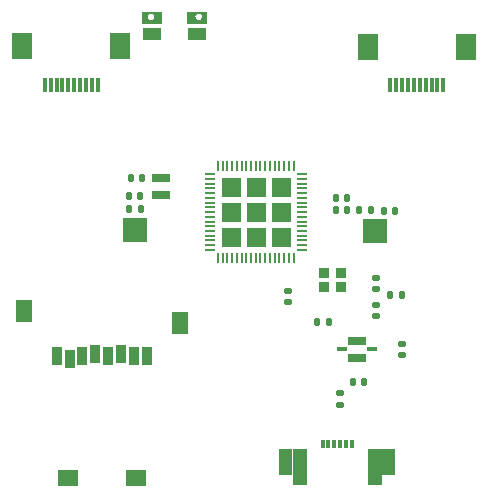
<source format=gbr>
%TF.GenerationSoftware,KiCad,Pcbnew,7.0.1*%
%TF.CreationDate,2023-05-03T15:55:27+02:00*%
%TF.ProjectId,board,626f6172-642e-46b6-9963-61645f706362,rev?*%
%TF.SameCoordinates,Original*%
%TF.FileFunction,Paste,Top*%
%TF.FilePolarity,Positive*%
%FSLAX46Y46*%
G04 Gerber Fmt 4.6, Leading zero omitted, Abs format (unit mm)*
G04 Created by KiCad (PCBNEW 7.0.1) date 2023-05-03 15:55:27*
%MOMM*%
%LPD*%
G01*
G04 APERTURE LIST*
G04 Aperture macros list*
%AMRoundRect*
0 Rectangle with rounded corners*
0 $1 Rounding radius*
0 $2 $3 $4 $5 $6 $7 $8 $9 X,Y pos of 4 corners*
0 Add a 4 corners polygon primitive as box body*
4,1,4,$2,$3,$4,$5,$6,$7,$8,$9,$2,$3,0*
0 Add four circle primitives for the rounded corners*
1,1,$1+$1,$2,$3*
1,1,$1+$1,$4,$5*
1,1,$1+$1,$6,$7*
1,1,$1+$1,$8,$9*
0 Add four rect primitives between the rounded corners*
20,1,$1+$1,$2,$3,$4,$5,0*
20,1,$1+$1,$4,$5,$6,$7,0*
20,1,$1+$1,$6,$7,$8,$9,0*
20,1,$1+$1,$8,$9,$2,$3,0*%
G04 Aperture macros list end*
%ADD10C,0.000100*%
%ADD11C,0.010000*%
%ADD12RoundRect,0.140000X-0.170000X0.140000X-0.170000X-0.140000X0.170000X-0.140000X0.170000X0.140000X0*%
%ADD13R,1.500000X0.800000*%
%ADD14R,0.300000X1.300000*%
%ADD15R,1.800000X2.200000*%
%ADD16RoundRect,0.140000X-0.140000X-0.170000X0.140000X-0.170000X0.140000X0.170000X-0.140000X0.170000X0*%
%ADD17RoundRect,0.140000X0.170000X-0.140000X0.170000X0.140000X-0.170000X0.140000X-0.170000X-0.140000X0*%
%ADD18RoundRect,0.147500X0.147500X0.172500X-0.147500X0.172500X-0.147500X-0.172500X0.147500X-0.172500X0*%
%ADD19RoundRect,0.140000X0.140000X0.170000X-0.140000X0.170000X-0.140000X-0.170000X0.140000X-0.170000X0*%
%ADD20RoundRect,0.135000X0.185000X-0.135000X0.185000X0.135000X-0.185000X0.135000X-0.185000X-0.135000X0*%
%ADD21R,0.300000X0.800000*%
%ADD22R,1.300000X3.049999*%
%ADD23R,1.600000X1.000000*%
%ADD24R,0.950000X0.850000*%
%ADD25RoundRect,0.135000X0.135000X0.185000X-0.135000X0.185000X-0.135000X-0.185000X0.135000X-0.185000X0*%
%ADD26R,0.950000X0.350000*%
%ADD27R,1.650000X0.750000*%
%ADD28R,0.970000X0.220000*%
%ADD29R,0.220000X0.970000*%
%ADD30RoundRect,0.147500X-0.147500X-0.172500X0.147500X-0.172500X0.147500X0.172500X-0.147500X0.172500X0*%
%ADD31R,0.812800X1.498600*%
%ADD32R,1.803400X1.397000*%
%ADD33R,1.397000X1.905000*%
G04 APERTURE END LIST*
%TO.C,J2*%
G36*
X241300000Y-100550000D02*
G01*
X240200000Y-100550000D01*
X240200000Y-98350000D01*
X241300000Y-98350000D01*
X241300000Y-100550000D01*
G37*
G36*
X250000000Y-100550000D02*
G01*
X248900000Y-100550000D01*
X248900000Y-98350000D01*
X250000000Y-98350000D01*
X250000000Y-100550000D01*
G37*
%TO.C,SW1*%
D10*
X234000000Y-62325000D02*
X233200000Y-62325000D01*
X233200000Y-62125000D01*
X233725000Y-62125000D01*
X233725000Y-61400000D01*
X233200000Y-61400000D01*
X233200000Y-61325000D01*
X234000000Y-61325000D01*
X234000000Y-62325000D01*
G36*
X234000000Y-62325000D02*
G01*
X233200000Y-62325000D01*
X233200000Y-62125000D01*
X233725000Y-62125000D01*
X233725000Y-61400000D01*
X233200000Y-61400000D01*
X233200000Y-61325000D01*
X234000000Y-61325000D01*
X234000000Y-62325000D01*
G37*
X233200000Y-61400000D02*
X232925000Y-61400000D01*
X232925000Y-62125000D01*
X233200000Y-62125000D01*
X233200000Y-62325000D01*
X232400000Y-62325000D01*
X232400000Y-61325000D01*
X233200000Y-61325000D01*
X233200000Y-61400000D01*
G36*
X233200000Y-61400000D02*
G01*
X232925000Y-61400000D01*
X232925000Y-62125000D01*
X233200000Y-62125000D01*
X233200000Y-62325000D01*
X232400000Y-62325000D01*
X232400000Y-61325000D01*
X233200000Y-61325000D01*
X233200000Y-61400000D01*
G37*
X230200000Y-62325000D02*
X229400000Y-62325000D01*
X229400000Y-62125000D01*
X229675000Y-62125000D01*
X229675000Y-61400000D01*
X229400000Y-61400000D01*
X229400000Y-61325000D01*
X230200000Y-61325000D01*
X230200000Y-62325000D01*
G36*
X230200000Y-62325000D02*
G01*
X229400000Y-62325000D01*
X229400000Y-62125000D01*
X229675000Y-62125000D01*
X229675000Y-61400000D01*
X229400000Y-61400000D01*
X229400000Y-61325000D01*
X230200000Y-61325000D01*
X230200000Y-62325000D01*
G37*
X229400000Y-61400000D02*
X228875000Y-61400000D01*
X228875000Y-62125000D01*
X229400000Y-62125000D01*
X229400000Y-62325000D01*
X228600000Y-62325000D01*
X228600000Y-61325000D01*
X229400000Y-61325000D01*
X229400000Y-61400000D01*
G36*
X229400000Y-61400000D02*
G01*
X228875000Y-61400000D01*
X228875000Y-62125000D01*
X229400000Y-62125000D01*
X229400000Y-62325000D01*
X228600000Y-62325000D01*
X228600000Y-61325000D01*
X229400000Y-61325000D01*
X229400000Y-61400000D01*
G37*
X233725000Y-62125000D02*
X233330000Y-62125000D01*
X233330000Y-62050000D01*
X233347000Y-62050000D01*
X233363000Y-62048000D01*
X233380000Y-62046000D01*
X233397000Y-62043000D01*
X233413000Y-62039000D01*
X233429000Y-62034000D01*
X233445000Y-62029000D01*
X233460000Y-62022000D01*
X233475000Y-62015000D01*
X233490000Y-62007000D01*
X233504000Y-61998000D01*
X233518000Y-61989000D01*
X233531000Y-61979000D01*
X233544000Y-61968000D01*
X233556000Y-61956000D01*
X233568000Y-61944000D01*
X233579000Y-61931000D01*
X233589000Y-61918000D01*
X233598000Y-61904000D01*
X233607000Y-61890000D01*
X233615000Y-61875000D01*
X233622000Y-61860000D01*
X233629000Y-61845000D01*
X233634000Y-61829000D01*
X233639000Y-61813000D01*
X233643000Y-61797000D01*
X233646000Y-61780000D01*
X233648000Y-61763000D01*
X233650000Y-61747000D01*
X233650000Y-61730000D01*
X233650000Y-61720000D01*
X233650000Y-61703000D01*
X233648000Y-61687000D01*
X233646000Y-61670000D01*
X233643000Y-61653000D01*
X233639000Y-61637000D01*
X233634000Y-61621000D01*
X233629000Y-61605000D01*
X233622000Y-61590000D01*
X233615000Y-61575000D01*
X233607000Y-61560000D01*
X233598000Y-61546000D01*
X233589000Y-61532000D01*
X233579000Y-61519000D01*
X233568000Y-61506000D01*
X233556000Y-61494000D01*
X233544000Y-61482000D01*
X233531000Y-61471000D01*
X233518000Y-61461000D01*
X233504000Y-61452000D01*
X233490000Y-61443000D01*
X233475000Y-61435000D01*
X233460000Y-61428000D01*
X233445000Y-61421000D01*
X233429000Y-61416000D01*
X233413000Y-61411000D01*
X233397000Y-61407000D01*
X233380000Y-61404000D01*
X233363000Y-61402000D01*
X233347000Y-61400000D01*
X233725000Y-61400000D01*
X233725000Y-62125000D01*
G36*
X233725000Y-62125000D02*
G01*
X233330000Y-62125000D01*
X233330000Y-62050000D01*
X233347000Y-62050000D01*
X233363000Y-62048000D01*
X233380000Y-62046000D01*
X233397000Y-62043000D01*
X233413000Y-62039000D01*
X233429000Y-62034000D01*
X233445000Y-62029000D01*
X233460000Y-62022000D01*
X233475000Y-62015000D01*
X233490000Y-62007000D01*
X233504000Y-61998000D01*
X233518000Y-61989000D01*
X233531000Y-61979000D01*
X233544000Y-61968000D01*
X233556000Y-61956000D01*
X233568000Y-61944000D01*
X233579000Y-61931000D01*
X233589000Y-61918000D01*
X233598000Y-61904000D01*
X233607000Y-61890000D01*
X233615000Y-61875000D01*
X233622000Y-61860000D01*
X233629000Y-61845000D01*
X233634000Y-61829000D01*
X233639000Y-61813000D01*
X233643000Y-61797000D01*
X233646000Y-61780000D01*
X233648000Y-61763000D01*
X233650000Y-61747000D01*
X233650000Y-61730000D01*
X233650000Y-61720000D01*
X233650000Y-61703000D01*
X233648000Y-61687000D01*
X233646000Y-61670000D01*
X233643000Y-61653000D01*
X233639000Y-61637000D01*
X233634000Y-61621000D01*
X233629000Y-61605000D01*
X233622000Y-61590000D01*
X233615000Y-61575000D01*
X233607000Y-61560000D01*
X233598000Y-61546000D01*
X233589000Y-61532000D01*
X233579000Y-61519000D01*
X233568000Y-61506000D01*
X233556000Y-61494000D01*
X233544000Y-61482000D01*
X233531000Y-61471000D01*
X233518000Y-61461000D01*
X233504000Y-61452000D01*
X233490000Y-61443000D01*
X233475000Y-61435000D01*
X233460000Y-61428000D01*
X233445000Y-61421000D01*
X233429000Y-61416000D01*
X233413000Y-61411000D01*
X233397000Y-61407000D01*
X233380000Y-61404000D01*
X233363000Y-61402000D01*
X233347000Y-61400000D01*
X233725000Y-61400000D01*
X233725000Y-62125000D01*
G37*
X233287000Y-61402000D02*
X233270000Y-61404000D01*
X233253000Y-61407000D01*
X233237000Y-61411000D01*
X233221000Y-61416000D01*
X233205000Y-61421000D01*
X233190000Y-61428000D01*
X233175000Y-61435000D01*
X233160000Y-61443000D01*
X233146000Y-61452000D01*
X233132000Y-61461000D01*
X233119000Y-61471000D01*
X233106000Y-61482000D01*
X233094000Y-61494000D01*
X233082000Y-61506000D01*
X233071000Y-61519000D01*
X233061000Y-61532000D01*
X233052000Y-61546000D01*
X233043000Y-61560000D01*
X233035000Y-61575000D01*
X233028000Y-61590000D01*
X233021000Y-61605000D01*
X233016000Y-61621000D01*
X233011000Y-61637000D01*
X233007000Y-61653000D01*
X233004000Y-61670000D01*
X233002000Y-61687000D01*
X233000000Y-61703000D01*
X233000000Y-61720000D01*
X233000000Y-61737000D01*
X233002000Y-61754000D01*
X233004000Y-61772000D01*
X233007000Y-61789000D01*
X233011000Y-61805000D01*
X233016000Y-61822000D01*
X233022000Y-61838000D01*
X233029000Y-61854000D01*
X233036000Y-61870000D01*
X233044000Y-61885000D01*
X233053000Y-61900000D01*
X233063000Y-61914000D01*
X233074000Y-61928000D01*
X233085000Y-61941000D01*
X233097000Y-61953000D01*
X233109000Y-61965000D01*
X233122000Y-61976000D01*
X233136000Y-61987000D01*
X233150000Y-61997000D01*
X233165000Y-62006000D01*
X233180000Y-62014000D01*
X233196000Y-62021000D01*
X233212000Y-62028000D01*
X233228000Y-62034000D01*
X233245000Y-62039000D01*
X233261000Y-62043000D01*
X233278000Y-62046000D01*
X233296000Y-62048000D01*
X233313000Y-62050000D01*
X233330000Y-62050000D01*
X233330000Y-62125000D01*
X232925000Y-62125000D01*
X232925000Y-61400000D01*
X233303000Y-61400000D01*
X233287000Y-61402000D01*
G36*
X233287000Y-61402000D02*
G01*
X233270000Y-61404000D01*
X233253000Y-61407000D01*
X233237000Y-61411000D01*
X233221000Y-61416000D01*
X233205000Y-61421000D01*
X233190000Y-61428000D01*
X233175000Y-61435000D01*
X233160000Y-61443000D01*
X233146000Y-61452000D01*
X233132000Y-61461000D01*
X233119000Y-61471000D01*
X233106000Y-61482000D01*
X233094000Y-61494000D01*
X233082000Y-61506000D01*
X233071000Y-61519000D01*
X233061000Y-61532000D01*
X233052000Y-61546000D01*
X233043000Y-61560000D01*
X233035000Y-61575000D01*
X233028000Y-61590000D01*
X233021000Y-61605000D01*
X233016000Y-61621000D01*
X233011000Y-61637000D01*
X233007000Y-61653000D01*
X233004000Y-61670000D01*
X233002000Y-61687000D01*
X233000000Y-61703000D01*
X233000000Y-61720000D01*
X233000000Y-61737000D01*
X233002000Y-61754000D01*
X233004000Y-61772000D01*
X233007000Y-61789000D01*
X233011000Y-61805000D01*
X233016000Y-61822000D01*
X233022000Y-61838000D01*
X233029000Y-61854000D01*
X233036000Y-61870000D01*
X233044000Y-61885000D01*
X233053000Y-61900000D01*
X233063000Y-61914000D01*
X233074000Y-61928000D01*
X233085000Y-61941000D01*
X233097000Y-61953000D01*
X233109000Y-61965000D01*
X233122000Y-61976000D01*
X233136000Y-61987000D01*
X233150000Y-61997000D01*
X233165000Y-62006000D01*
X233180000Y-62014000D01*
X233196000Y-62021000D01*
X233212000Y-62028000D01*
X233228000Y-62034000D01*
X233245000Y-62039000D01*
X233261000Y-62043000D01*
X233278000Y-62046000D01*
X233296000Y-62048000D01*
X233313000Y-62050000D01*
X233330000Y-62050000D01*
X233330000Y-62125000D01*
X232925000Y-62125000D01*
X232925000Y-61400000D01*
X233303000Y-61400000D01*
X233287000Y-61402000D01*
G37*
X229675000Y-62125000D02*
X229270000Y-62125000D01*
X229270000Y-62050000D01*
X229287000Y-62050000D01*
X229304000Y-62048000D01*
X229322000Y-62046000D01*
X229339000Y-62043000D01*
X229355000Y-62039000D01*
X229372000Y-62034000D01*
X229388000Y-62028000D01*
X229404000Y-62021000D01*
X229420000Y-62014000D01*
X229435000Y-62006000D01*
X229450000Y-61997000D01*
X229464000Y-61987000D01*
X229478000Y-61976000D01*
X229491000Y-61965000D01*
X229503000Y-61953000D01*
X229515000Y-61941000D01*
X229526000Y-61928000D01*
X229537000Y-61914000D01*
X229547000Y-61900000D01*
X229556000Y-61885000D01*
X229564000Y-61870000D01*
X229571000Y-61854000D01*
X229578000Y-61838000D01*
X229584000Y-61822000D01*
X229589000Y-61805000D01*
X229593000Y-61789000D01*
X229596000Y-61772000D01*
X229598000Y-61754000D01*
X229600000Y-61737000D01*
X229600000Y-61720000D01*
X229600000Y-61703000D01*
X229598000Y-61687000D01*
X229596000Y-61670000D01*
X229593000Y-61653000D01*
X229589000Y-61637000D01*
X229584000Y-61621000D01*
X229579000Y-61605000D01*
X229572000Y-61590000D01*
X229565000Y-61575000D01*
X229557000Y-61560000D01*
X229548000Y-61546000D01*
X229539000Y-61532000D01*
X229529000Y-61519000D01*
X229518000Y-61506000D01*
X229506000Y-61494000D01*
X229494000Y-61482000D01*
X229481000Y-61471000D01*
X229468000Y-61461000D01*
X229454000Y-61452000D01*
X229440000Y-61443000D01*
X229425000Y-61435000D01*
X229410000Y-61428000D01*
X229395000Y-61421000D01*
X229379000Y-61416000D01*
X229363000Y-61411000D01*
X229347000Y-61407000D01*
X229330000Y-61404000D01*
X229313000Y-61402000D01*
X229297000Y-61400000D01*
X229675000Y-61400000D01*
X229675000Y-62125000D01*
G36*
X229675000Y-62125000D02*
G01*
X229270000Y-62125000D01*
X229270000Y-62050000D01*
X229287000Y-62050000D01*
X229304000Y-62048000D01*
X229322000Y-62046000D01*
X229339000Y-62043000D01*
X229355000Y-62039000D01*
X229372000Y-62034000D01*
X229388000Y-62028000D01*
X229404000Y-62021000D01*
X229420000Y-62014000D01*
X229435000Y-62006000D01*
X229450000Y-61997000D01*
X229464000Y-61987000D01*
X229478000Y-61976000D01*
X229491000Y-61965000D01*
X229503000Y-61953000D01*
X229515000Y-61941000D01*
X229526000Y-61928000D01*
X229537000Y-61914000D01*
X229547000Y-61900000D01*
X229556000Y-61885000D01*
X229564000Y-61870000D01*
X229571000Y-61854000D01*
X229578000Y-61838000D01*
X229584000Y-61822000D01*
X229589000Y-61805000D01*
X229593000Y-61789000D01*
X229596000Y-61772000D01*
X229598000Y-61754000D01*
X229600000Y-61737000D01*
X229600000Y-61720000D01*
X229600000Y-61703000D01*
X229598000Y-61687000D01*
X229596000Y-61670000D01*
X229593000Y-61653000D01*
X229589000Y-61637000D01*
X229584000Y-61621000D01*
X229579000Y-61605000D01*
X229572000Y-61590000D01*
X229565000Y-61575000D01*
X229557000Y-61560000D01*
X229548000Y-61546000D01*
X229539000Y-61532000D01*
X229529000Y-61519000D01*
X229518000Y-61506000D01*
X229506000Y-61494000D01*
X229494000Y-61482000D01*
X229481000Y-61471000D01*
X229468000Y-61461000D01*
X229454000Y-61452000D01*
X229440000Y-61443000D01*
X229425000Y-61435000D01*
X229410000Y-61428000D01*
X229395000Y-61421000D01*
X229379000Y-61416000D01*
X229363000Y-61411000D01*
X229347000Y-61407000D01*
X229330000Y-61404000D01*
X229313000Y-61402000D01*
X229297000Y-61400000D01*
X229675000Y-61400000D01*
X229675000Y-62125000D01*
G37*
X229237000Y-61402000D02*
X229220000Y-61404000D01*
X229203000Y-61407000D01*
X229187000Y-61411000D01*
X229171000Y-61416000D01*
X229155000Y-61421000D01*
X229140000Y-61428000D01*
X229125000Y-61435000D01*
X229110000Y-61443000D01*
X229096000Y-61452000D01*
X229082000Y-61461000D01*
X229069000Y-61471000D01*
X229056000Y-61482000D01*
X229044000Y-61494000D01*
X229032000Y-61506000D01*
X229021000Y-61519000D01*
X229011000Y-61532000D01*
X229002000Y-61546000D01*
X228993000Y-61560000D01*
X228985000Y-61575000D01*
X228978000Y-61590000D01*
X228971000Y-61605000D01*
X228966000Y-61621000D01*
X228961000Y-61637000D01*
X228957000Y-61653000D01*
X228954000Y-61670000D01*
X228952000Y-61687000D01*
X228950000Y-61703000D01*
X228950000Y-61720000D01*
X228950000Y-61730000D01*
X228950000Y-61747000D01*
X228952000Y-61763000D01*
X228954000Y-61780000D01*
X228957000Y-61797000D01*
X228961000Y-61813000D01*
X228966000Y-61829000D01*
X228971000Y-61845000D01*
X228978000Y-61860000D01*
X228985000Y-61875000D01*
X228993000Y-61890000D01*
X229002000Y-61904000D01*
X229011000Y-61918000D01*
X229021000Y-61931000D01*
X229032000Y-61944000D01*
X229044000Y-61956000D01*
X229056000Y-61968000D01*
X229069000Y-61979000D01*
X229082000Y-61989000D01*
X229096000Y-61998000D01*
X229110000Y-62007000D01*
X229125000Y-62015000D01*
X229140000Y-62022000D01*
X229155000Y-62029000D01*
X229171000Y-62034000D01*
X229187000Y-62039000D01*
X229203000Y-62043000D01*
X229220000Y-62046000D01*
X229237000Y-62048000D01*
X229253000Y-62050000D01*
X229270000Y-62050000D01*
X229270000Y-62125000D01*
X228875000Y-62125000D01*
X228875000Y-61400000D01*
X229253000Y-61400000D01*
X229237000Y-61402000D01*
G36*
X229237000Y-61402000D02*
G01*
X229220000Y-61404000D01*
X229203000Y-61407000D01*
X229187000Y-61411000D01*
X229171000Y-61416000D01*
X229155000Y-61421000D01*
X229140000Y-61428000D01*
X229125000Y-61435000D01*
X229110000Y-61443000D01*
X229096000Y-61452000D01*
X229082000Y-61461000D01*
X229069000Y-61471000D01*
X229056000Y-61482000D01*
X229044000Y-61494000D01*
X229032000Y-61506000D01*
X229021000Y-61519000D01*
X229011000Y-61532000D01*
X229002000Y-61546000D01*
X228993000Y-61560000D01*
X228985000Y-61575000D01*
X228978000Y-61590000D01*
X228971000Y-61605000D01*
X228966000Y-61621000D01*
X228961000Y-61637000D01*
X228957000Y-61653000D01*
X228954000Y-61670000D01*
X228952000Y-61687000D01*
X228950000Y-61703000D01*
X228950000Y-61720000D01*
X228950000Y-61730000D01*
X228950000Y-61747000D01*
X228952000Y-61763000D01*
X228954000Y-61780000D01*
X228957000Y-61797000D01*
X228961000Y-61813000D01*
X228966000Y-61829000D01*
X228971000Y-61845000D01*
X228978000Y-61860000D01*
X228985000Y-61875000D01*
X228993000Y-61890000D01*
X229002000Y-61904000D01*
X229011000Y-61918000D01*
X229021000Y-61931000D01*
X229032000Y-61944000D01*
X229044000Y-61956000D01*
X229056000Y-61968000D01*
X229069000Y-61979000D01*
X229082000Y-61989000D01*
X229096000Y-61998000D01*
X229110000Y-62007000D01*
X229125000Y-62015000D01*
X229140000Y-62022000D01*
X229155000Y-62029000D01*
X229171000Y-62034000D01*
X229187000Y-62039000D01*
X229203000Y-62043000D01*
X229220000Y-62046000D01*
X229237000Y-62048000D01*
X229253000Y-62050000D01*
X229270000Y-62050000D01*
X229270000Y-62125000D01*
X228875000Y-62125000D01*
X228875000Y-61400000D01*
X229253000Y-61400000D01*
X229237000Y-61402000D01*
G37*
%TO.C,SJ5*%
G36*
X249341000Y-80891000D02*
G01*
X247309000Y-80891000D01*
X247309000Y-78859000D01*
X249341000Y-78859000D01*
X249341000Y-80891000D01*
G37*
%TO.C,U3*%
D11*
X236820000Y-76925000D02*
X235310000Y-76925000D01*
X235310000Y-75415000D01*
X236820000Y-75415000D01*
X236820000Y-76925000D01*
G36*
X236820000Y-76925000D02*
G01*
X235310000Y-76925000D01*
X235310000Y-75415000D01*
X236820000Y-75415000D01*
X236820000Y-76925000D01*
G37*
X236820000Y-79055000D02*
X235310000Y-79055000D01*
X235310000Y-77545000D01*
X236820000Y-77545000D01*
X236820000Y-79055000D01*
G36*
X236820000Y-79055000D02*
G01*
X235310000Y-79055000D01*
X235310000Y-77545000D01*
X236820000Y-77545000D01*
X236820000Y-79055000D01*
G37*
X236820000Y-81185000D02*
X235310000Y-81185000D01*
X235310000Y-79675000D01*
X236820000Y-79675000D01*
X236820000Y-81185000D01*
G36*
X236820000Y-81185000D02*
G01*
X235310000Y-81185000D01*
X235310000Y-79675000D01*
X236820000Y-79675000D01*
X236820000Y-81185000D01*
G37*
X238950000Y-76925000D02*
X237440000Y-76925000D01*
X237440000Y-75415000D01*
X238950000Y-75415000D01*
X238950000Y-76925000D01*
G36*
X238950000Y-76925000D02*
G01*
X237440000Y-76925000D01*
X237440000Y-75415000D01*
X238950000Y-75415000D01*
X238950000Y-76925000D01*
G37*
X238950000Y-79055000D02*
X237440000Y-79055000D01*
X237440000Y-77545000D01*
X238950000Y-77545000D01*
X238950000Y-79055000D01*
G36*
X238950000Y-79055000D02*
G01*
X237440000Y-79055000D01*
X237440000Y-77545000D01*
X238950000Y-77545000D01*
X238950000Y-79055000D01*
G37*
X238950000Y-81185000D02*
X237440000Y-81185000D01*
X237440000Y-79675000D01*
X238950000Y-79675000D01*
X238950000Y-81185000D01*
G36*
X238950000Y-81185000D02*
G01*
X237440000Y-81185000D01*
X237440000Y-79675000D01*
X238950000Y-79675000D01*
X238950000Y-81185000D01*
G37*
X241080000Y-76925000D02*
X239570000Y-76925000D01*
X239570000Y-75415000D01*
X241080000Y-75415000D01*
X241080000Y-76925000D01*
G36*
X241080000Y-76925000D02*
G01*
X239570000Y-76925000D01*
X239570000Y-75415000D01*
X241080000Y-75415000D01*
X241080000Y-76925000D01*
G37*
X241080000Y-79055000D02*
X239570000Y-79055000D01*
X239570000Y-77545000D01*
X241080000Y-77545000D01*
X241080000Y-79055000D01*
G36*
X241080000Y-79055000D02*
G01*
X239570000Y-79055000D01*
X239570000Y-77545000D01*
X241080000Y-77545000D01*
X241080000Y-79055000D01*
G37*
X241080000Y-81185000D02*
X239570000Y-81185000D01*
X239570000Y-79675000D01*
X241080000Y-79675000D01*
X241080000Y-81185000D01*
G36*
X241080000Y-81185000D02*
G01*
X239570000Y-81185000D01*
X239570000Y-79675000D01*
X241080000Y-79675000D01*
X241080000Y-81185000D01*
G37*
%TO.C,SJ6*%
G36*
X229016000Y-80816000D02*
G01*
X226984000Y-80816000D01*
X226984000Y-78784000D01*
X229016000Y-78784000D01*
X229016000Y-80816000D01*
G37*
%TD*%
D12*
%TO.C,C4*%
X240900000Y-84945000D03*
X240900000Y-85905000D03*
%TD*%
D13*
%TO.C,Y1*%
X230175000Y-76875000D03*
X230175000Y-75375000D03*
%TD*%
D14*
%TO.C,J1*%
X254075000Y-67566920D03*
X253575000Y-67566920D03*
X253075000Y-67566920D03*
X252575000Y-67566920D03*
X252075000Y-67566920D03*
X251575000Y-67566920D03*
X251075000Y-67566920D03*
X250575000Y-67566920D03*
X250075000Y-67566920D03*
X249575000Y-67566920D03*
D15*
X255975000Y-64316920D03*
X247675000Y-64316920D03*
%TD*%
D16*
%TO.C,C18*%
X249020000Y-78175000D03*
X249980000Y-78175000D03*
%TD*%
D17*
%TO.C,C9*%
X248375000Y-87105000D03*
X248375000Y-86145000D03*
%TD*%
D18*
%TO.C,D1*%
X247385000Y-92700000D03*
X246415000Y-92700000D03*
%TD*%
D14*
%TO.C,J3*%
X224825000Y-67516920D03*
X224325000Y-67516920D03*
X223825000Y-67516920D03*
X223325000Y-67516920D03*
X222825000Y-67516920D03*
X222325000Y-67516920D03*
X221825000Y-67516920D03*
X221325000Y-67516920D03*
X220825000Y-67516920D03*
X220325000Y-67516920D03*
D15*
X226725000Y-64266920D03*
X218425000Y-64266920D03*
%TD*%
D19*
%TO.C,C2*%
X228430000Y-76900000D03*
X227470000Y-76900000D03*
%TD*%
D20*
%TO.C,R3*%
X245350000Y-94610000D03*
X245350000Y-93590000D03*
%TD*%
D21*
%TO.C,J2*%
X243850003Y-97950000D03*
X244350002Y-97950000D03*
X244850003Y-97950000D03*
X245350002Y-97950000D03*
X245850004Y-97950000D03*
X246350003Y-97950000D03*
D22*
X241950003Y-99875000D03*
X248249997Y-99875000D03*
%TD*%
D16*
%TO.C,C19*%
X246970000Y-78150000D03*
X247930000Y-78150000D03*
%TD*%
D23*
%TO.C,SW1*%
X233200000Y-63225000D03*
X229400000Y-63225000D03*
%TD*%
D17*
%TO.C,C7*%
X250550000Y-90405000D03*
X250550000Y-89445000D03*
%TD*%
D24*
%TO.C,U$1*%
X244000000Y-84650000D03*
X245450000Y-84650000D03*
X245450000Y-83500000D03*
X244000000Y-83500000D03*
%TD*%
D25*
%TO.C,R2*%
X228460000Y-78025000D03*
X227440000Y-78025000D03*
%TD*%
D12*
%TO.C,C5*%
X248375000Y-83845000D03*
X248375000Y-84805000D03*
%TD*%
D26*
%TO.C,FL1*%
X245488000Y-89925000D03*
D27*
X246750000Y-90675000D03*
D26*
X248013000Y-89925000D03*
D27*
X246750000Y-89175000D03*
%TD*%
D28*
%TO.C,U3*%
X234290000Y-75100000D03*
X234290000Y-75500000D03*
X234290000Y-75900000D03*
X234290000Y-76300000D03*
X234290000Y-76700000D03*
X234290000Y-77100000D03*
X234290000Y-77500000D03*
X234290000Y-77900000D03*
X234290000Y-78300000D03*
X234290000Y-78700000D03*
X234290000Y-79100000D03*
X234290000Y-79500000D03*
X234290000Y-79900000D03*
X234290000Y-80300000D03*
X234290000Y-80700000D03*
X234290000Y-81100000D03*
X234290000Y-81500000D03*
D29*
X234995000Y-82205000D03*
X235395000Y-82205000D03*
X235795000Y-82205000D03*
X236195000Y-82205000D03*
X236595000Y-82205000D03*
X236995000Y-82205000D03*
X237395000Y-82205000D03*
X237795000Y-82205000D03*
X238195000Y-82205000D03*
X238595000Y-82205000D03*
X238995000Y-82205000D03*
X239395000Y-82205000D03*
X239795000Y-82205000D03*
X240195000Y-82205000D03*
X240595000Y-82205000D03*
X240995000Y-82205000D03*
X241395000Y-82205000D03*
D28*
X242100000Y-81500000D03*
X242100000Y-81100000D03*
X242100000Y-80700000D03*
X242100000Y-80300000D03*
X242100000Y-79900000D03*
X242100000Y-79500000D03*
X242100000Y-79100000D03*
X242100000Y-78700000D03*
X242100000Y-78300000D03*
X242100000Y-77900000D03*
X242100000Y-77500000D03*
X242100000Y-77100000D03*
X242100000Y-76700000D03*
X242100000Y-76300000D03*
X242100000Y-75900000D03*
X242100000Y-75500000D03*
X242100000Y-75100000D03*
D29*
X241395000Y-74395000D03*
X240995000Y-74395000D03*
X240595000Y-74395000D03*
X240195000Y-74395000D03*
X239795000Y-74395000D03*
X239395000Y-74395000D03*
X238995000Y-74395000D03*
X238595000Y-74395000D03*
X238195000Y-74395000D03*
X237795000Y-74395000D03*
X237395000Y-74395000D03*
X236995000Y-74395000D03*
X236595000Y-74395000D03*
X236195000Y-74395000D03*
X235795000Y-74395000D03*
X235395000Y-74395000D03*
X234995000Y-74395000D03*
%TD*%
D30*
%TO.C,L3*%
X244965000Y-78125000D03*
X245935000Y-78125000D03*
%TD*%
%TO.C,L2*%
X249565000Y-85325000D03*
X250535000Y-85325000D03*
%TD*%
D19*
%TO.C,C3*%
X244380000Y-87575000D03*
X243420000Y-87575000D03*
%TD*%
%TO.C,C1*%
X228580000Y-75400000D03*
X227620000Y-75400000D03*
%TD*%
D31*
%TO.C,J4*%
X221325000Y-90505000D03*
X222425000Y-90705000D03*
X223525001Y-90505000D03*
X224625001Y-90305000D03*
X225724999Y-90505000D03*
X226824999Y-90305000D03*
X227925000Y-90505000D03*
X229025000Y-90505000D03*
D32*
X222324999Y-100805000D03*
X228025001Y-100805000D03*
D33*
X218599956Y-86655122D03*
X231750044Y-87655122D03*
%TD*%
D19*
%TO.C,C11*%
X245955000Y-77075000D03*
X244995000Y-77075000D03*
%TD*%
M02*

</source>
